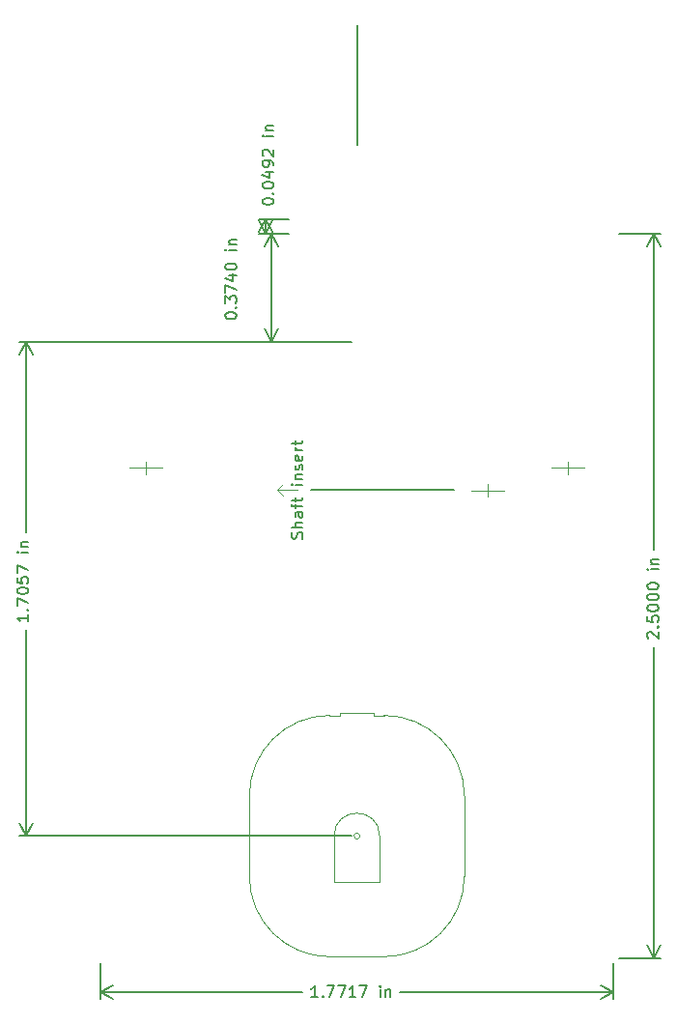
<source format=gbr>
%TF.GenerationSoftware,KiCad,Pcbnew,6.0.7+dfsg-1~bpo11+1*%
%TF.CreationDate,2022-10-07T14:18:51+00:00*%
%TF.ProjectId,redshift,72656473-6869-4667-942e-6b696361645f,0.2*%
%TF.SameCoordinates,Original*%
%TF.FileFunction,OtherDrawing,Comment*%
%FSLAX46Y46*%
G04 Gerber Fmt 4.6, Leading zero omitted, Abs format (unit mm)*
G04 Created by KiCad (PCBNEW 6.0.7+dfsg-1~bpo11+1) date 2022-10-07 14:18:51*
%MOMM*%
%LPD*%
G01*
G04 APERTURE LIST*
%ADD10C,0.150000*%
%ADD11C,0.100000*%
%ADD12C,0.120000*%
G04 APERTURE END LIST*
D10*
X133500000Y-78000000D02*
X146000000Y-78000000D01*
X137500000Y-47750000D02*
X137500000Y-37250000D01*
X125952380Y-62761904D02*
X125952380Y-62666666D01*
X126000000Y-62571428D01*
X126047619Y-62523809D01*
X126142857Y-62476190D01*
X126333333Y-62428571D01*
X126571428Y-62428571D01*
X126761904Y-62476190D01*
X126857142Y-62523809D01*
X126904761Y-62571428D01*
X126952380Y-62666666D01*
X126952380Y-62761904D01*
X126904761Y-62857142D01*
X126857142Y-62904761D01*
X126761904Y-62952380D01*
X126571428Y-63000000D01*
X126333333Y-63000000D01*
X126142857Y-62952380D01*
X126047619Y-62904761D01*
X126000000Y-62857142D01*
X125952380Y-62761904D01*
X126857142Y-62000000D02*
X126904761Y-61952380D01*
X126952380Y-62000000D01*
X126904761Y-62047619D01*
X126857142Y-62000000D01*
X126952380Y-62000000D01*
X125952380Y-61619047D02*
X125952380Y-61000000D01*
X126333333Y-61333333D01*
X126333333Y-61190476D01*
X126380952Y-61095238D01*
X126428571Y-61047619D01*
X126523809Y-61000000D01*
X126761904Y-61000000D01*
X126857142Y-61047619D01*
X126904761Y-61095238D01*
X126952380Y-61190476D01*
X126952380Y-61476190D01*
X126904761Y-61571428D01*
X126857142Y-61619047D01*
X125952380Y-60666666D02*
X125952380Y-60000000D01*
X126952380Y-60428571D01*
X126285714Y-59190476D02*
X126952380Y-59190476D01*
X125904761Y-59428571D02*
X126619047Y-59666666D01*
X126619047Y-59047619D01*
X125952380Y-58476190D02*
X125952380Y-58380952D01*
X126000000Y-58285714D01*
X126047619Y-58238095D01*
X126142857Y-58190476D01*
X126333333Y-58142857D01*
X126571428Y-58142857D01*
X126761904Y-58190476D01*
X126857142Y-58238095D01*
X126904761Y-58285714D01*
X126952380Y-58380952D01*
X126952380Y-58476190D01*
X126904761Y-58571428D01*
X126857142Y-58619047D01*
X126761904Y-58666666D01*
X126571428Y-58714285D01*
X126333333Y-58714285D01*
X126142857Y-58666666D01*
X126047619Y-58619047D01*
X126000000Y-58571428D01*
X125952380Y-58476190D01*
X126952380Y-56952380D02*
X126285714Y-56952380D01*
X125952380Y-56952380D02*
X126000000Y-57000000D01*
X126047619Y-56952380D01*
X126000000Y-56904761D01*
X125952380Y-56952380D01*
X126047619Y-56952380D01*
X126285714Y-56476190D02*
X126952380Y-56476190D01*
X126380952Y-56476190D02*
X126333333Y-56428571D01*
X126285714Y-56333333D01*
X126285714Y-56190476D01*
X126333333Y-56095238D01*
X126428571Y-56047619D01*
X126952380Y-56047619D01*
X131500000Y-55500000D02*
X129413580Y-55500000D01*
X131500000Y-65000000D02*
X129413580Y-65000000D01*
X130000000Y-55500000D02*
X130000000Y-65000000D01*
X130000000Y-55500000D02*
X130000000Y-65000000D01*
X130000000Y-55500000D02*
X129413579Y-56626504D01*
X130000000Y-55500000D02*
X130586421Y-56626504D01*
X130000000Y-65000000D02*
X130586421Y-63873496D01*
X130000000Y-65000000D02*
X129413579Y-63873496D01*
X134071428Y-122452380D02*
X133500000Y-122452380D01*
X133785714Y-122452380D02*
X133785714Y-121452380D01*
X133690476Y-121595238D01*
X133595238Y-121690476D01*
X133500000Y-121738095D01*
X134500000Y-122357142D02*
X134547619Y-122404761D01*
X134500000Y-122452380D01*
X134452380Y-122404761D01*
X134500000Y-122357142D01*
X134500000Y-122452380D01*
X134880952Y-121452380D02*
X135547619Y-121452380D01*
X135119047Y-122452380D01*
X135833333Y-121452380D02*
X136500000Y-121452380D01*
X136071428Y-122452380D01*
X137404761Y-122452380D02*
X136833333Y-122452380D01*
X137119047Y-122452380D02*
X137119047Y-121452380D01*
X137023809Y-121595238D01*
X136928571Y-121690476D01*
X136833333Y-121738095D01*
X137738095Y-121452380D02*
X138404761Y-121452380D01*
X137976190Y-122452380D01*
X139547619Y-122452380D02*
X139547619Y-121785714D01*
X139547619Y-121452380D02*
X139500000Y-121500000D01*
X139547619Y-121547619D01*
X139595238Y-121500000D01*
X139547619Y-121452380D01*
X139547619Y-121547619D01*
X140023809Y-121785714D02*
X140023809Y-122452380D01*
X140023809Y-121880952D02*
X140071428Y-121833333D01*
X140166666Y-121785714D01*
X140309523Y-121785714D01*
X140404761Y-121833333D01*
X140452380Y-121928571D01*
X140452380Y-122452380D01*
X115000000Y-119500000D02*
X115000000Y-122586419D01*
X160000000Y-119500000D02*
X160000000Y-122586419D01*
X115000000Y-121999999D02*
X132734524Y-121999999D01*
X141265476Y-121999999D02*
X160000000Y-121999999D01*
X115000000Y-121999999D02*
X116126504Y-122586420D01*
X115000000Y-121999999D02*
X116126504Y-121413578D01*
X160000000Y-121999999D02*
X158873496Y-121413578D01*
X160000000Y-121999999D02*
X158873496Y-122586420D01*
X108702380Y-88928571D02*
X108702380Y-89500000D01*
X108702380Y-89214285D02*
X107702380Y-89214285D01*
X107845238Y-89309523D01*
X107940476Y-89404761D01*
X107988095Y-89500000D01*
X108607142Y-88500000D02*
X108654761Y-88452380D01*
X108702380Y-88500000D01*
X108654761Y-88547619D01*
X108607142Y-88500000D01*
X108702380Y-88500000D01*
X107702380Y-88119047D02*
X107702380Y-87452380D01*
X108702380Y-87880952D01*
X107702380Y-86880952D02*
X107702380Y-86785714D01*
X107750000Y-86690476D01*
X107797619Y-86642857D01*
X107892857Y-86595238D01*
X108083333Y-86547619D01*
X108321428Y-86547619D01*
X108511904Y-86595238D01*
X108607142Y-86642857D01*
X108654761Y-86690476D01*
X108702380Y-86785714D01*
X108702380Y-86880952D01*
X108654761Y-86976190D01*
X108607142Y-87023809D01*
X108511904Y-87071428D01*
X108321428Y-87119047D01*
X108083333Y-87119047D01*
X107892857Y-87071428D01*
X107797619Y-87023809D01*
X107750000Y-86976190D01*
X107702380Y-86880952D01*
X107702380Y-85642857D02*
X107702380Y-86119047D01*
X108178571Y-86166666D01*
X108130952Y-86119047D01*
X108083333Y-86023809D01*
X108083333Y-85785714D01*
X108130952Y-85690476D01*
X108178571Y-85642857D01*
X108273809Y-85595238D01*
X108511904Y-85595238D01*
X108607142Y-85642857D01*
X108654761Y-85690476D01*
X108702380Y-85785714D01*
X108702380Y-86023809D01*
X108654761Y-86119047D01*
X108607142Y-86166666D01*
X107702380Y-85261904D02*
X107702380Y-84595238D01*
X108702380Y-85023809D01*
X108702380Y-83452380D02*
X108035714Y-83452380D01*
X107702380Y-83452380D02*
X107750000Y-83500000D01*
X107797619Y-83452380D01*
X107750000Y-83404761D01*
X107702380Y-83452380D01*
X107797619Y-83452380D01*
X108035714Y-82976190D02*
X108702380Y-82976190D01*
X108130952Y-82976190D02*
X108083333Y-82928571D01*
X108035714Y-82833333D01*
X108035714Y-82690476D01*
X108083333Y-82595238D01*
X108178571Y-82547619D01*
X108702380Y-82547619D01*
X137000000Y-65000000D02*
X107913580Y-65000000D01*
X137000000Y-108325000D02*
X107913580Y-108325000D01*
X108500000Y-65000000D02*
X108500000Y-81734524D01*
X108500000Y-90265476D02*
X108500000Y-108325000D01*
X108500000Y-65000000D02*
X107913579Y-66126504D01*
X108500000Y-65000000D02*
X109086421Y-66126504D01*
X108500000Y-108325000D02*
X109086421Y-107198496D01*
X108500000Y-108325000D02*
X107913579Y-107198496D01*
X129202380Y-52761904D02*
X129202380Y-52666666D01*
X129250000Y-52571428D01*
X129297619Y-52523809D01*
X129392857Y-52476190D01*
X129583333Y-52428571D01*
X129821428Y-52428571D01*
X130011904Y-52476190D01*
X130107142Y-52523809D01*
X130154761Y-52571428D01*
X130202380Y-52666666D01*
X130202380Y-52761904D01*
X130154761Y-52857142D01*
X130107142Y-52904761D01*
X130011904Y-52952380D01*
X129821428Y-53000000D01*
X129583333Y-53000000D01*
X129392857Y-52952380D01*
X129297619Y-52904761D01*
X129250000Y-52857142D01*
X129202380Y-52761904D01*
X130107142Y-52000000D02*
X130154761Y-51952380D01*
X130202380Y-52000000D01*
X130154761Y-52047619D01*
X130107142Y-52000000D01*
X130202380Y-52000000D01*
X129202380Y-51333333D02*
X129202380Y-51238095D01*
X129250000Y-51142857D01*
X129297619Y-51095238D01*
X129392857Y-51047619D01*
X129583333Y-51000000D01*
X129821428Y-51000000D01*
X130011904Y-51047619D01*
X130107142Y-51095238D01*
X130154761Y-51142857D01*
X130202380Y-51238095D01*
X130202380Y-51333333D01*
X130154761Y-51428571D01*
X130107142Y-51476190D01*
X130011904Y-51523809D01*
X129821428Y-51571428D01*
X129583333Y-51571428D01*
X129392857Y-51523809D01*
X129297619Y-51476190D01*
X129250000Y-51428571D01*
X129202380Y-51333333D01*
X129535714Y-50142857D02*
X130202380Y-50142857D01*
X129154761Y-50380952D02*
X129869047Y-50619047D01*
X129869047Y-50000000D01*
X130202380Y-49571428D02*
X130202380Y-49380952D01*
X130154761Y-49285714D01*
X130107142Y-49238095D01*
X129964285Y-49142857D01*
X129773809Y-49095238D01*
X129392857Y-49095238D01*
X129297619Y-49142857D01*
X129250000Y-49190476D01*
X129202380Y-49285714D01*
X129202380Y-49476190D01*
X129250000Y-49571428D01*
X129297619Y-49619047D01*
X129392857Y-49666666D01*
X129630952Y-49666666D01*
X129726190Y-49619047D01*
X129773809Y-49571428D01*
X129821428Y-49476190D01*
X129821428Y-49285714D01*
X129773809Y-49190476D01*
X129726190Y-49142857D01*
X129630952Y-49095238D01*
X129297619Y-48714285D02*
X129250000Y-48666666D01*
X129202380Y-48571428D01*
X129202380Y-48333333D01*
X129250000Y-48238095D01*
X129297619Y-48190476D01*
X129392857Y-48142857D01*
X129488095Y-48142857D01*
X129630952Y-48190476D01*
X130202380Y-48761904D01*
X130202380Y-48142857D01*
X130202380Y-46952380D02*
X129535714Y-46952380D01*
X129202380Y-46952380D02*
X129250000Y-47000000D01*
X129297619Y-46952380D01*
X129250000Y-46904761D01*
X129202380Y-46952380D01*
X129297619Y-46952380D01*
X129535714Y-46476190D02*
X130202380Y-46476190D01*
X129630952Y-46476190D02*
X129583333Y-46428571D01*
X129535714Y-46333333D01*
X129535714Y-46190476D01*
X129583333Y-46095238D01*
X129678571Y-46047619D01*
X130202380Y-46047619D01*
X131500000Y-55500000D02*
X128913580Y-55500000D01*
X131500000Y-54250000D02*
X128913580Y-54250000D01*
X129500000Y-55500000D02*
X129500000Y-54250000D01*
X129500000Y-55500000D02*
X129500000Y-54250000D01*
X129500000Y-55500000D02*
X130086421Y-54373496D01*
X129500000Y-55500000D02*
X128913579Y-54373496D01*
X129500000Y-54250000D02*
X128913579Y-55376504D01*
X129500000Y-54250000D02*
X130086421Y-55376504D01*
X163047619Y-91000000D02*
X163000000Y-90952380D01*
X162952380Y-90857142D01*
X162952380Y-90619047D01*
X163000000Y-90523809D01*
X163047619Y-90476190D01*
X163142857Y-90428571D01*
X163238095Y-90428571D01*
X163380952Y-90476190D01*
X163952380Y-91047619D01*
X163952380Y-90428571D01*
X163857142Y-90000000D02*
X163904761Y-89952380D01*
X163952380Y-90000000D01*
X163904761Y-90047619D01*
X163857142Y-90000000D01*
X163952380Y-90000000D01*
X162952380Y-89047619D02*
X162952380Y-89523809D01*
X163428571Y-89571428D01*
X163380952Y-89523809D01*
X163333333Y-89428571D01*
X163333333Y-89190476D01*
X163380952Y-89095238D01*
X163428571Y-89047619D01*
X163523809Y-89000000D01*
X163761904Y-89000000D01*
X163857142Y-89047619D01*
X163904761Y-89095238D01*
X163952380Y-89190476D01*
X163952380Y-89428571D01*
X163904761Y-89523809D01*
X163857142Y-89571428D01*
X162952380Y-88380952D02*
X162952380Y-88285714D01*
X163000000Y-88190476D01*
X163047619Y-88142857D01*
X163142857Y-88095238D01*
X163333333Y-88047619D01*
X163571428Y-88047619D01*
X163761904Y-88095238D01*
X163857142Y-88142857D01*
X163904761Y-88190476D01*
X163952380Y-88285714D01*
X163952380Y-88380952D01*
X163904761Y-88476190D01*
X163857142Y-88523809D01*
X163761904Y-88571428D01*
X163571428Y-88619047D01*
X163333333Y-88619047D01*
X163142857Y-88571428D01*
X163047619Y-88523809D01*
X163000000Y-88476190D01*
X162952380Y-88380952D01*
X162952380Y-87428571D02*
X162952380Y-87333333D01*
X163000000Y-87238095D01*
X163047619Y-87190476D01*
X163142857Y-87142857D01*
X163333333Y-87095238D01*
X163571428Y-87095238D01*
X163761904Y-87142857D01*
X163857142Y-87190476D01*
X163904761Y-87238095D01*
X163952380Y-87333333D01*
X163952380Y-87428571D01*
X163904761Y-87523809D01*
X163857142Y-87571428D01*
X163761904Y-87619047D01*
X163571428Y-87666666D01*
X163333333Y-87666666D01*
X163142857Y-87619047D01*
X163047619Y-87571428D01*
X163000000Y-87523809D01*
X162952380Y-87428571D01*
X162952380Y-86476190D02*
X162952380Y-86380952D01*
X163000000Y-86285714D01*
X163047619Y-86238095D01*
X163142857Y-86190476D01*
X163333333Y-86142857D01*
X163571428Y-86142857D01*
X163761904Y-86190476D01*
X163857142Y-86238095D01*
X163904761Y-86285714D01*
X163952380Y-86380952D01*
X163952380Y-86476190D01*
X163904761Y-86571428D01*
X163857142Y-86619047D01*
X163761904Y-86666666D01*
X163571428Y-86714285D01*
X163333333Y-86714285D01*
X163142857Y-86666666D01*
X163047619Y-86619047D01*
X163000000Y-86571428D01*
X162952380Y-86476190D01*
X163952380Y-84952380D02*
X163285714Y-84952380D01*
X162952380Y-84952380D02*
X163000000Y-85000000D01*
X163047619Y-84952380D01*
X163000000Y-84904761D01*
X162952380Y-84952380D01*
X163047619Y-84952380D01*
X163285714Y-84476190D02*
X163952380Y-84476190D01*
X163380952Y-84476190D02*
X163333333Y-84428571D01*
X163285714Y-84333333D01*
X163285714Y-84190476D01*
X163333333Y-84095238D01*
X163428571Y-84047619D01*
X163952380Y-84047619D01*
X160500000Y-55500000D02*
X164086420Y-55500000D01*
X160500000Y-119000000D02*
X164086420Y-119000000D01*
X163500000Y-55500000D02*
X163500000Y-83234524D01*
X163500000Y-91765476D02*
X163500000Y-119000000D01*
X163500000Y-55500000D02*
X162913579Y-56626504D01*
X163500000Y-55500000D02*
X164086421Y-56626504D01*
X163500000Y-119000000D02*
X164086421Y-117873496D01*
X163500000Y-119000000D02*
X162913579Y-117873496D01*
%TO.C,ENC1*%
X132706761Y-82261904D02*
X132754380Y-82119047D01*
X132754380Y-81880952D01*
X132706761Y-81785714D01*
X132659142Y-81738095D01*
X132563904Y-81690476D01*
X132468666Y-81690476D01*
X132373428Y-81738095D01*
X132325809Y-81785714D01*
X132278190Y-81880952D01*
X132230571Y-82071428D01*
X132182952Y-82166666D01*
X132135333Y-82214285D01*
X132040095Y-82261904D01*
X131944857Y-82261904D01*
X131849619Y-82214285D01*
X131802000Y-82166666D01*
X131754380Y-82071428D01*
X131754380Y-81833333D01*
X131802000Y-81690476D01*
X132754380Y-81261904D02*
X131754380Y-81261904D01*
X132754380Y-80833333D02*
X132230571Y-80833333D01*
X132135333Y-80880952D01*
X132087714Y-80976190D01*
X132087714Y-81119047D01*
X132135333Y-81214285D01*
X132182952Y-81261904D01*
X132754380Y-79928571D02*
X132230571Y-79928571D01*
X132135333Y-79976190D01*
X132087714Y-80071428D01*
X132087714Y-80261904D01*
X132135333Y-80357142D01*
X132706761Y-79928571D02*
X132754380Y-80023809D01*
X132754380Y-80261904D01*
X132706761Y-80357142D01*
X132611523Y-80404761D01*
X132516285Y-80404761D01*
X132421047Y-80357142D01*
X132373428Y-80261904D01*
X132373428Y-80023809D01*
X132325809Y-79928571D01*
X132087714Y-79595238D02*
X132087714Y-79214285D01*
X132754380Y-79452380D02*
X131897238Y-79452380D01*
X131802000Y-79404761D01*
X131754380Y-79309523D01*
X131754380Y-79214285D01*
X132087714Y-79023809D02*
X132087714Y-78642857D01*
X131754380Y-78880952D02*
X132611523Y-78880952D01*
X132706761Y-78833333D01*
X132754380Y-78738095D01*
X132754380Y-78642857D01*
X132754380Y-77547619D02*
X132087714Y-77547619D01*
X131754380Y-77547619D02*
X131802000Y-77595238D01*
X131849619Y-77547619D01*
X131802000Y-77500000D01*
X131754380Y-77547619D01*
X131849619Y-77547619D01*
X132087714Y-77071428D02*
X132754380Y-77071428D01*
X132182952Y-77071428D02*
X132135333Y-77023809D01*
X132087714Y-76928571D01*
X132087714Y-76785714D01*
X132135333Y-76690476D01*
X132230571Y-76642857D01*
X132754380Y-76642857D01*
X132706761Y-76214285D02*
X132754380Y-76119047D01*
X132754380Y-75928571D01*
X132706761Y-75833333D01*
X132611523Y-75785714D01*
X132563904Y-75785714D01*
X132468666Y-75833333D01*
X132421047Y-75928571D01*
X132421047Y-76071428D01*
X132373428Y-76166666D01*
X132278190Y-76214285D01*
X132230571Y-76214285D01*
X132135333Y-76166666D01*
X132087714Y-76071428D01*
X132087714Y-75928571D01*
X132135333Y-75833333D01*
X132706761Y-74976190D02*
X132754380Y-75071428D01*
X132754380Y-75261904D01*
X132706761Y-75357142D01*
X132611523Y-75404761D01*
X132230571Y-75404761D01*
X132135333Y-75357142D01*
X132087714Y-75261904D01*
X132087714Y-75071428D01*
X132135333Y-74976190D01*
X132230571Y-74928571D01*
X132325809Y-74928571D01*
X132421047Y-75404761D01*
X132754380Y-74500000D02*
X132087714Y-74500000D01*
X132278190Y-74500000D02*
X132182952Y-74452380D01*
X132135333Y-74404761D01*
X132087714Y-74309523D01*
X132087714Y-74214285D01*
X132087714Y-74023809D02*
X132087714Y-73642857D01*
X131754380Y-73880952D02*
X132611523Y-73880952D01*
X132706761Y-73833333D01*
X132754380Y-73738095D01*
X132754380Y-73642857D01*
D11*
X130524000Y-78000000D02*
X131032000Y-77492000D01*
X130524000Y-78000000D02*
X131032000Y-78508000D01*
X130524000Y-78000000D02*
X132302000Y-78000000D01*
D12*
%TO.C,SW3*%
X147550000Y-78050000D02*
X150450000Y-78050000D01*
X149000000Y-78600000D02*
X149000000Y-77500000D01*
%TO.C,U1*%
X128075000Y-104800000D02*
X128075000Y-111850000D01*
X139000000Y-97500000D02*
X139000000Y-97750000D01*
X146925000Y-104800000D02*
X146925000Y-111850000D01*
X139000000Y-97750000D02*
X139875000Y-97750000D01*
X135125000Y-97750000D02*
X136000000Y-97750000D01*
X136000000Y-97500000D02*
X136000000Y-97750000D01*
X139500000Y-112325000D02*
X135500000Y-112325000D01*
X135500000Y-112325000D02*
X135500000Y-108325000D01*
X139500000Y-108325000D02*
X139500000Y-112325000D01*
X135125000Y-118900000D02*
X139875000Y-118900000D01*
X136000000Y-97500000D02*
X139000000Y-97500000D01*
X146925000Y-104800000D02*
G75*
G03*
X139875000Y-97750000I-7050000J0D01*
G01*
X139875000Y-118900000D02*
G75*
G03*
X146925000Y-111850000I0J7050000D01*
G01*
X135125000Y-97750000D02*
G75*
G03*
X128075000Y-104800000I0J-7050000D01*
G01*
X139500000Y-108325000D02*
G75*
G03*
X135500000Y-108325000I-2000000J0D01*
G01*
X128075000Y-111850000D02*
G75*
G03*
X135125000Y-118900000I7050000J0D01*
G01*
X137750000Y-108325000D02*
G75*
G03*
X137750000Y-108325000I-250000J0D01*
G01*
%TO.C,SW2*%
X156000000Y-76600000D02*
X156000000Y-75500000D01*
X154550000Y-76050000D02*
X157450000Y-76050000D01*
%TO.C,SW1*%
X119000000Y-76600000D02*
X119000000Y-75500000D01*
X117550000Y-76050000D02*
X120450000Y-76050000D01*
%TD*%
M02*

</source>
